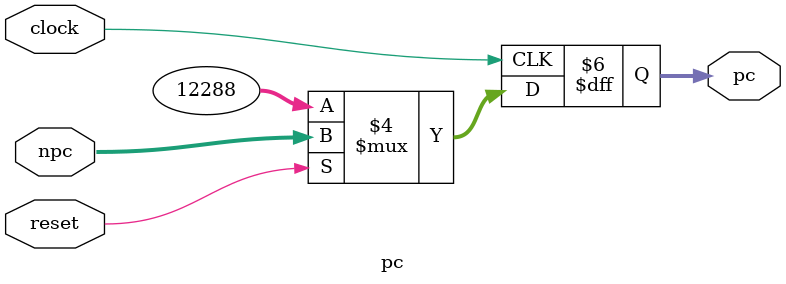
<source format=v>
module pc(pc,clock,reset,npc);

output reg [31:0] pc;
input clock;
input reset;
input [31:0] npc;


always@(posedge clock)
	begin
	if(!reset)
		pc<=32'h0000_3000;
	else pc<=npc;
	end
endmodule
</source>
